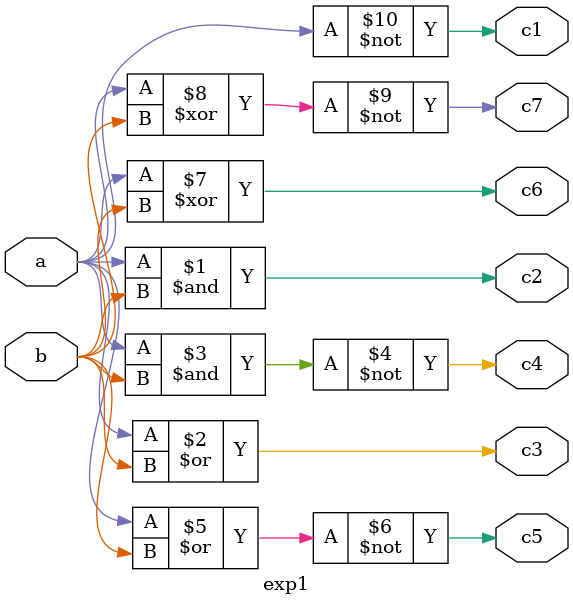
<source format=v>
module exp1(a,b,c1,c2,c3,c4,c5,c6,c7); 
input a,b; 
output c1,c2,c3,c4,c5,c6,c7; 
not g1(c1,a); 
and g2(c2,a,b); 
or g3(c3,a,b); 
nand g4(c4,a,b); 
nor g5(c5,a,b); 
xor g6(c6,a,b); 
xnor g7(c7,a,b); 
endmodule
</source>
